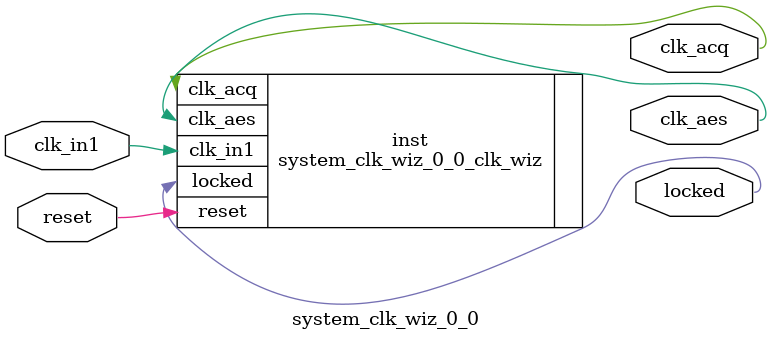
<source format=v>


`timescale 1ps/1ps

(* CORE_GENERATION_INFO = "system_clk_wiz_0_0,clk_wiz_v6_0_5_0_0,{component_name=system_clk_wiz_0_0,use_phase_alignment=true,use_min_o_jitter=false,use_max_i_jitter=false,use_dyn_phase_shift=false,use_inclk_switchover=false,use_dyn_reconfig=false,enable_axi=0,feedback_source=FDBK_AUTO,PRIMITIVE=MMCM,num_out_clk=2,clkin1_period=20.000,clkin2_period=10.0,use_power_down=false,use_reset=true,use_locked=true,use_inclk_stopped=false,feedback_type=SINGLE,CLOCK_MGR_TYPE=NA,manual_override=false}" *)

module system_clk_wiz_0_0 
 (
  // Clock out ports
  output        clk_aes,
  output        clk_acq,
  // Status and control signals
  input         reset,
  output        locked,
 // Clock in ports
  input         clk_in1
 );

  system_clk_wiz_0_0_clk_wiz inst
  (
  // Clock out ports  
  .clk_aes(clk_aes),
  .clk_acq(clk_acq),
  // Status and control signals               
  .reset(reset), 
  .locked(locked),
 // Clock in ports
  .clk_in1(clk_in1)
  );

endmodule

</source>
